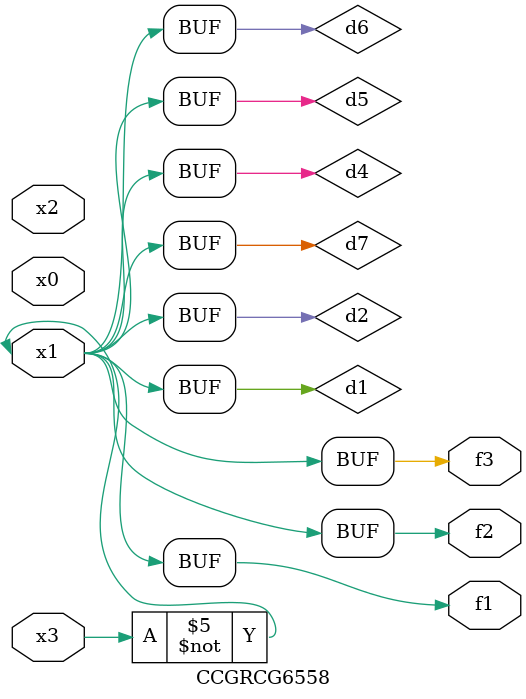
<source format=v>
module CCGRCG6558(
	input x0, x1, x2, x3,
	output f1, f2, f3
);

	wire d1, d2, d3, d4, d5, d6, d7;

	not (d1, x3);
	buf (d2, x1);
	xnor (d3, d1, d2);
	nor (d4, d1);
	buf (d5, d1, d2);
	buf (d6, d4, d5);
	nand (d7, d4);
	assign f1 = d6;
	assign f2 = d7;
	assign f3 = d6;
endmodule

</source>
